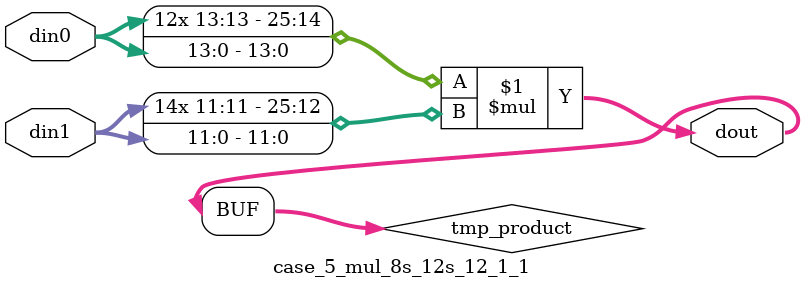
<source format=v>

`timescale 1 ns / 1 ps

 module case_5_mul_8s_12s_12_1_1(din0, din1, dout);
parameter ID = 1;
parameter NUM_STAGE = 0;
parameter din0_WIDTH = 14;
parameter din1_WIDTH = 12;
parameter dout_WIDTH = 26;

input [din0_WIDTH - 1 : 0] din0; 
input [din1_WIDTH - 1 : 0] din1; 
output [dout_WIDTH - 1 : 0] dout;

wire signed [dout_WIDTH - 1 : 0] tmp_product;



























assign tmp_product = $signed(din0) * $signed(din1);








assign dout = tmp_product;





















endmodule

</source>
